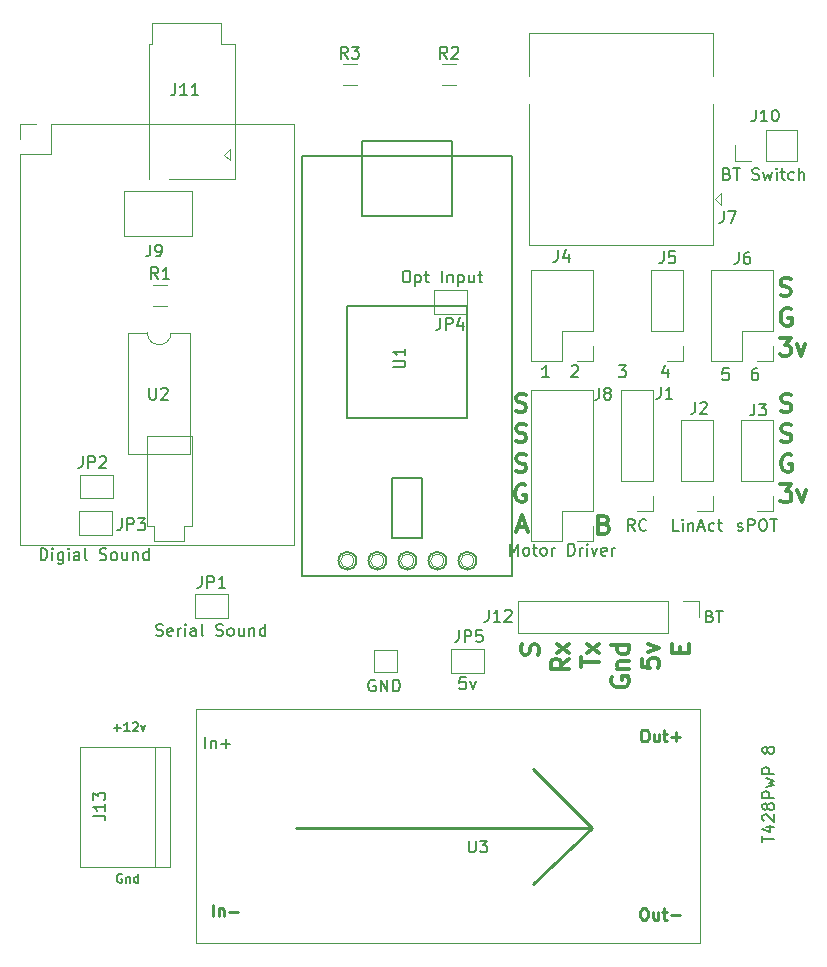
<source format=gbr>
G04 #@! TF.GenerationSoftware,KiCad,Pcbnew,(5.1.6)-1*
G04 #@! TF.CreationDate,2020-08-20T21:44:59-05:00*
G04 #@! TF.ProjectId,ControlBoardT4_28PinSound_Power,436f6e74-726f-46c4-926f-61726454345f,rev?*
G04 #@! TF.SameCoordinates,Original*
G04 #@! TF.FileFunction,Legend,Top*
G04 #@! TF.FilePolarity,Positive*
%FSLAX46Y46*%
G04 Gerber Fmt 4.6, Leading zero omitted, Abs format (unit mm)*
G04 Created by KiCad (PCBNEW (5.1.6)-1) date 2020-08-20 21:44:59*
%MOMM*%
%LPD*%
G01*
G04 APERTURE LIST*
%ADD10C,0.150000*%
%ADD11C,0.152400*%
%ADD12C,0.299720*%
%ADD13C,0.300000*%
%ADD14C,0.120000*%
%ADD15C,0.250000*%
G04 APERTURE END LIST*
D10*
X160704857Y-97940880D02*
X161323904Y-97940880D01*
X160990571Y-98321833D01*
X161133428Y-98321833D01*
X161228666Y-98369452D01*
X161276285Y-98417071D01*
X161323904Y-98512309D01*
X161323904Y-98750404D01*
X161276285Y-98845642D01*
X161228666Y-98893261D01*
X161133428Y-98940880D01*
X160847714Y-98940880D01*
X160752476Y-98893261D01*
X160704857Y-98845642D01*
D11*
X118636142Y-141033500D02*
X118563571Y-140997214D01*
X118454714Y-140997214D01*
X118345857Y-141033500D01*
X118273285Y-141106071D01*
X118237000Y-141178642D01*
X118200714Y-141323785D01*
X118200714Y-141432642D01*
X118237000Y-141577785D01*
X118273285Y-141650357D01*
X118345857Y-141722928D01*
X118454714Y-141759214D01*
X118527285Y-141759214D01*
X118636142Y-141722928D01*
X118672428Y-141686642D01*
X118672428Y-141432642D01*
X118527285Y-141432642D01*
X118999000Y-141251214D02*
X118999000Y-141759214D01*
X118999000Y-141323785D02*
X119035285Y-141287500D01*
X119107857Y-141251214D01*
X119216714Y-141251214D01*
X119289285Y-141287500D01*
X119325571Y-141360071D01*
X119325571Y-141759214D01*
X120015000Y-141759214D02*
X120015000Y-140997214D01*
X120015000Y-141722928D02*
X119942428Y-141759214D01*
X119797285Y-141759214D01*
X119724714Y-141722928D01*
X119688428Y-141686642D01*
X119652142Y-141614071D01*
X119652142Y-141396357D01*
X119688428Y-141323785D01*
X119724714Y-141287500D01*
X119797285Y-141251214D01*
X119942428Y-141251214D01*
X120015000Y-141287500D01*
X117946714Y-128641928D02*
X118527285Y-128641928D01*
X118237000Y-128932214D02*
X118237000Y-128351642D01*
X119289285Y-128932214D02*
X118853857Y-128932214D01*
X119071571Y-128932214D02*
X119071571Y-128170214D01*
X118999000Y-128279071D01*
X118926428Y-128351642D01*
X118853857Y-128387928D01*
X119579571Y-128242785D02*
X119615857Y-128206500D01*
X119688428Y-128170214D01*
X119869857Y-128170214D01*
X119942428Y-128206500D01*
X119978714Y-128242785D01*
X120015000Y-128315357D01*
X120015000Y-128387928D01*
X119978714Y-128496785D01*
X119543285Y-128932214D01*
X120015000Y-128932214D01*
X120269000Y-128424214D02*
X120450428Y-128932214D01*
X120631857Y-128424214D01*
D12*
X159492042Y-111398957D02*
X159706128Y-111470319D01*
X159777490Y-111541680D01*
X159848852Y-111684404D01*
X159848852Y-111898490D01*
X159777490Y-112041214D01*
X159706128Y-112112576D01*
X159563404Y-112183938D01*
X158992509Y-112183938D01*
X158992509Y-110685338D01*
X159492042Y-110685338D01*
X159634766Y-110756700D01*
X159706128Y-110828061D01*
X159777490Y-110970785D01*
X159777490Y-111113509D01*
X159706128Y-111256233D01*
X159634766Y-111327595D01*
X159492042Y-111398957D01*
X158992509Y-111398957D01*
D10*
X172870880Y-138334238D02*
X172870880Y-137762809D01*
X173870880Y-138048523D02*
X172870880Y-138048523D01*
X173204214Y-137000904D02*
X173870880Y-137000904D01*
X172823261Y-137239000D02*
X173537547Y-137477095D01*
X173537547Y-136858047D01*
X172966119Y-136524714D02*
X172918500Y-136477095D01*
X172870880Y-136381857D01*
X172870880Y-136143761D01*
X172918500Y-136048523D01*
X172966119Y-136000904D01*
X173061357Y-135953285D01*
X173156595Y-135953285D01*
X173299452Y-136000904D01*
X173870880Y-136572333D01*
X173870880Y-135953285D01*
X173299452Y-135381857D02*
X173251833Y-135477095D01*
X173204214Y-135524714D01*
X173108976Y-135572333D01*
X173061357Y-135572333D01*
X172966119Y-135524714D01*
X172918500Y-135477095D01*
X172870880Y-135381857D01*
X172870880Y-135191380D01*
X172918500Y-135096142D01*
X172966119Y-135048523D01*
X173061357Y-135000904D01*
X173108976Y-135000904D01*
X173204214Y-135048523D01*
X173251833Y-135096142D01*
X173299452Y-135191380D01*
X173299452Y-135381857D01*
X173347071Y-135477095D01*
X173394690Y-135524714D01*
X173489928Y-135572333D01*
X173680404Y-135572333D01*
X173775642Y-135524714D01*
X173823261Y-135477095D01*
X173870880Y-135381857D01*
X173870880Y-135191380D01*
X173823261Y-135096142D01*
X173775642Y-135048523D01*
X173680404Y-135000904D01*
X173489928Y-135000904D01*
X173394690Y-135048523D01*
X173347071Y-135096142D01*
X173299452Y-135191380D01*
X173870880Y-134572333D02*
X172870880Y-134572333D01*
X172870880Y-134191380D01*
X172918500Y-134096142D01*
X172966119Y-134048523D01*
X173061357Y-134000904D01*
X173204214Y-134000904D01*
X173299452Y-134048523D01*
X173347071Y-134096142D01*
X173394690Y-134191380D01*
X173394690Y-134572333D01*
X173204214Y-133667571D02*
X173870880Y-133477095D01*
X173394690Y-133286619D01*
X173870880Y-133096142D01*
X173204214Y-132905666D01*
X173870880Y-132524714D02*
X172870880Y-132524714D01*
X172870880Y-132143761D01*
X172918500Y-132048523D01*
X172966119Y-132000904D01*
X173061357Y-131953285D01*
X173204214Y-131953285D01*
X173299452Y-132000904D01*
X173347071Y-132048523D01*
X173394690Y-132143761D01*
X173394690Y-132524714D01*
X173299452Y-130619952D02*
X173251833Y-130715190D01*
X173204214Y-130762809D01*
X173108976Y-130810428D01*
X173061357Y-130810428D01*
X172966119Y-130762809D01*
X172918500Y-130715190D01*
X172870880Y-130619952D01*
X172870880Y-130429476D01*
X172918500Y-130334238D01*
X172966119Y-130286619D01*
X173061357Y-130239000D01*
X173108976Y-130239000D01*
X173204214Y-130286619D01*
X173251833Y-130334238D01*
X173299452Y-130429476D01*
X173299452Y-130619952D01*
X173347071Y-130715190D01*
X173394690Y-130762809D01*
X173489928Y-130810428D01*
X173680404Y-130810428D01*
X173775642Y-130762809D01*
X173823261Y-130715190D01*
X173870880Y-130619952D01*
X173870880Y-130429476D01*
X173823261Y-130334238D01*
X173775642Y-130286619D01*
X173680404Y-130239000D01*
X173489928Y-130239000D01*
X173394690Y-130286619D01*
X173347071Y-130334238D01*
X173299452Y-130429476D01*
D13*
X153871142Y-122432357D02*
X153942571Y-122218071D01*
X153942571Y-121860928D01*
X153871142Y-121718071D01*
X153799714Y-121646642D01*
X153656857Y-121575214D01*
X153514000Y-121575214D01*
X153371142Y-121646642D01*
X153299714Y-121718071D01*
X153228285Y-121860928D01*
X153156857Y-122146642D01*
X153085428Y-122289500D01*
X153014000Y-122360928D01*
X152871142Y-122432357D01*
X152728285Y-122432357D01*
X152585428Y-122360928D01*
X152514000Y-122289500D01*
X152442571Y-122146642D01*
X152442571Y-121789500D01*
X152514000Y-121575214D01*
X156492571Y-122789500D02*
X155778285Y-123289500D01*
X156492571Y-123646642D02*
X154992571Y-123646642D01*
X154992571Y-123075214D01*
X155064000Y-122932357D01*
X155135428Y-122860928D01*
X155278285Y-122789500D01*
X155492571Y-122789500D01*
X155635428Y-122860928D01*
X155706857Y-122932357D01*
X155778285Y-123075214D01*
X155778285Y-123646642D01*
X156492571Y-122289500D02*
X155492571Y-121503785D01*
X155492571Y-122289500D02*
X156492571Y-121503785D01*
X157542571Y-123503785D02*
X157542571Y-122646642D01*
X159042571Y-123075214D02*
X157542571Y-123075214D01*
X159042571Y-122289500D02*
X158042571Y-121503785D01*
X158042571Y-122289500D02*
X159042571Y-121503785D01*
X160164000Y-124360928D02*
X160092571Y-124503785D01*
X160092571Y-124718071D01*
X160164000Y-124932357D01*
X160306857Y-125075214D01*
X160449714Y-125146642D01*
X160735428Y-125218071D01*
X160949714Y-125218071D01*
X161235428Y-125146642D01*
X161378285Y-125075214D01*
X161521142Y-124932357D01*
X161592571Y-124718071D01*
X161592571Y-124575214D01*
X161521142Y-124360928D01*
X161449714Y-124289500D01*
X160949714Y-124289500D01*
X160949714Y-124575214D01*
X160592571Y-123646642D02*
X161592571Y-123646642D01*
X160735428Y-123646642D02*
X160664000Y-123575214D01*
X160592571Y-123432357D01*
X160592571Y-123218071D01*
X160664000Y-123075214D01*
X160806857Y-123003785D01*
X161592571Y-123003785D01*
X161592571Y-121646642D02*
X160092571Y-121646642D01*
X161521142Y-121646642D02*
X161592571Y-121789500D01*
X161592571Y-122075214D01*
X161521142Y-122218071D01*
X161449714Y-122289500D01*
X161306857Y-122360928D01*
X160878285Y-122360928D01*
X160735428Y-122289500D01*
X160664000Y-122218071D01*
X160592571Y-122075214D01*
X160592571Y-121789500D01*
X160664000Y-121646642D01*
X162642571Y-122789500D02*
X162642571Y-123503785D01*
X163356857Y-123575214D01*
X163285428Y-123503785D01*
X163214000Y-123360928D01*
X163214000Y-123003785D01*
X163285428Y-122860928D01*
X163356857Y-122789500D01*
X163499714Y-122718071D01*
X163856857Y-122718071D01*
X163999714Y-122789500D01*
X164071142Y-122860928D01*
X164142571Y-123003785D01*
X164142571Y-123360928D01*
X164071142Y-123503785D01*
X163999714Y-123575214D01*
X163142571Y-122218071D02*
X164142571Y-121860928D01*
X163142571Y-121503785D01*
X165906857Y-122289500D02*
X165906857Y-121789500D01*
X166692571Y-121575214D02*
X166692571Y-122289500D01*
X165192571Y-122289500D01*
X165192571Y-121575214D01*
X152014642Y-101806142D02*
X152228928Y-101877571D01*
X152586071Y-101877571D01*
X152728928Y-101806142D01*
X152800357Y-101734714D01*
X152871785Y-101591857D01*
X152871785Y-101449000D01*
X152800357Y-101306142D01*
X152728928Y-101234714D01*
X152586071Y-101163285D01*
X152300357Y-101091857D01*
X152157500Y-101020428D01*
X152086071Y-100949000D01*
X152014642Y-100806142D01*
X152014642Y-100663285D01*
X152086071Y-100520428D01*
X152157500Y-100449000D01*
X152300357Y-100377571D01*
X152657500Y-100377571D01*
X152871785Y-100449000D01*
X152014642Y-104356142D02*
X152228928Y-104427571D01*
X152586071Y-104427571D01*
X152728928Y-104356142D01*
X152800357Y-104284714D01*
X152871785Y-104141857D01*
X152871785Y-103999000D01*
X152800357Y-103856142D01*
X152728928Y-103784714D01*
X152586071Y-103713285D01*
X152300357Y-103641857D01*
X152157500Y-103570428D01*
X152086071Y-103499000D01*
X152014642Y-103356142D01*
X152014642Y-103213285D01*
X152086071Y-103070428D01*
X152157500Y-102999000D01*
X152300357Y-102927571D01*
X152657500Y-102927571D01*
X152871785Y-102999000D01*
X152014642Y-106906142D02*
X152228928Y-106977571D01*
X152586071Y-106977571D01*
X152728928Y-106906142D01*
X152800357Y-106834714D01*
X152871785Y-106691857D01*
X152871785Y-106549000D01*
X152800357Y-106406142D01*
X152728928Y-106334714D01*
X152586071Y-106263285D01*
X152300357Y-106191857D01*
X152157500Y-106120428D01*
X152086071Y-106049000D01*
X152014642Y-105906142D01*
X152014642Y-105763285D01*
X152086071Y-105620428D01*
X152157500Y-105549000D01*
X152300357Y-105477571D01*
X152657500Y-105477571D01*
X152871785Y-105549000D01*
X152800357Y-108099000D02*
X152657500Y-108027571D01*
X152443214Y-108027571D01*
X152228928Y-108099000D01*
X152086071Y-108241857D01*
X152014642Y-108384714D01*
X151943214Y-108670428D01*
X151943214Y-108884714D01*
X152014642Y-109170428D01*
X152086071Y-109313285D01*
X152228928Y-109456142D01*
X152443214Y-109527571D01*
X152586071Y-109527571D01*
X152800357Y-109456142D01*
X152871785Y-109384714D01*
X152871785Y-108884714D01*
X152586071Y-108884714D01*
X152157500Y-111649000D02*
X152871785Y-111649000D01*
X152014642Y-112077571D02*
X152514642Y-110577571D01*
X153014642Y-112077571D01*
X174470714Y-101811142D02*
X174685000Y-101882571D01*
X175042142Y-101882571D01*
X175185000Y-101811142D01*
X175256428Y-101739714D01*
X175327857Y-101596857D01*
X175327857Y-101454000D01*
X175256428Y-101311142D01*
X175185000Y-101239714D01*
X175042142Y-101168285D01*
X174756428Y-101096857D01*
X174613571Y-101025428D01*
X174542142Y-100954000D01*
X174470714Y-100811142D01*
X174470714Y-100668285D01*
X174542142Y-100525428D01*
X174613571Y-100454000D01*
X174756428Y-100382571D01*
X175113571Y-100382571D01*
X175327857Y-100454000D01*
X174470714Y-104361142D02*
X174685000Y-104432571D01*
X175042142Y-104432571D01*
X175185000Y-104361142D01*
X175256428Y-104289714D01*
X175327857Y-104146857D01*
X175327857Y-104004000D01*
X175256428Y-103861142D01*
X175185000Y-103789714D01*
X175042142Y-103718285D01*
X174756428Y-103646857D01*
X174613571Y-103575428D01*
X174542142Y-103504000D01*
X174470714Y-103361142D01*
X174470714Y-103218285D01*
X174542142Y-103075428D01*
X174613571Y-103004000D01*
X174756428Y-102932571D01*
X175113571Y-102932571D01*
X175327857Y-103004000D01*
X175327857Y-105554000D02*
X175185000Y-105482571D01*
X174970714Y-105482571D01*
X174756428Y-105554000D01*
X174613571Y-105696857D01*
X174542142Y-105839714D01*
X174470714Y-106125428D01*
X174470714Y-106339714D01*
X174542142Y-106625428D01*
X174613571Y-106768285D01*
X174756428Y-106911142D01*
X174970714Y-106982571D01*
X175113571Y-106982571D01*
X175327857Y-106911142D01*
X175399285Y-106839714D01*
X175399285Y-106339714D01*
X175113571Y-106339714D01*
X174399285Y-108032571D02*
X175327857Y-108032571D01*
X174827857Y-108604000D01*
X175042142Y-108604000D01*
X175185000Y-108675428D01*
X175256428Y-108746857D01*
X175327857Y-108889714D01*
X175327857Y-109246857D01*
X175256428Y-109389714D01*
X175185000Y-109461142D01*
X175042142Y-109532571D01*
X174613571Y-109532571D01*
X174470714Y-109461142D01*
X174399285Y-109389714D01*
X175827857Y-108532571D02*
X176185000Y-109532571D01*
X176542142Y-108532571D01*
X174407214Y-91973642D02*
X174621500Y-92045071D01*
X174978642Y-92045071D01*
X175121500Y-91973642D01*
X175192928Y-91902214D01*
X175264357Y-91759357D01*
X175264357Y-91616500D01*
X175192928Y-91473642D01*
X175121500Y-91402214D01*
X174978642Y-91330785D01*
X174692928Y-91259357D01*
X174550071Y-91187928D01*
X174478642Y-91116500D01*
X174407214Y-90973642D01*
X174407214Y-90830785D01*
X174478642Y-90687928D01*
X174550071Y-90616500D01*
X174692928Y-90545071D01*
X175050071Y-90545071D01*
X175264357Y-90616500D01*
X175264357Y-93166500D02*
X175121500Y-93095071D01*
X174907214Y-93095071D01*
X174692928Y-93166500D01*
X174550071Y-93309357D01*
X174478642Y-93452214D01*
X174407214Y-93737928D01*
X174407214Y-93952214D01*
X174478642Y-94237928D01*
X174550071Y-94380785D01*
X174692928Y-94523642D01*
X174907214Y-94595071D01*
X175050071Y-94595071D01*
X175264357Y-94523642D01*
X175335785Y-94452214D01*
X175335785Y-93952214D01*
X175050071Y-93952214D01*
X174335785Y-95645071D02*
X175264357Y-95645071D01*
X174764357Y-96216500D01*
X174978642Y-96216500D01*
X175121500Y-96287928D01*
X175192928Y-96359357D01*
X175264357Y-96502214D01*
X175264357Y-96859357D01*
X175192928Y-97002214D01*
X175121500Y-97073642D01*
X174978642Y-97145071D01*
X174550071Y-97145071D01*
X174407214Y-97073642D01*
X174335785Y-97002214D01*
X175764357Y-96145071D02*
X176121500Y-97145071D01*
X176478642Y-96145071D01*
D14*
X167576500Y-127063500D02*
X124904500Y-127063500D01*
X167576500Y-146875500D02*
X167576500Y-127063500D01*
X124904500Y-146875500D02*
X167576500Y-146875500D01*
X124904500Y-127063500D02*
X124904500Y-146875500D01*
D15*
X133400800Y-137121900D02*
X158483300Y-137083800D01*
X158483300Y-137083800D02*
X153479500Y-132118100D01*
D14*
X153479500Y-132118100D02*
X153479500Y-132080000D01*
D15*
X158483300Y-137083800D02*
X153441400Y-141859000D01*
D14*
X149265000Y-122000000D02*
X149265000Y-124000000D01*
X146465000Y-122000000D02*
X149265000Y-122000000D01*
X146465000Y-124000000D02*
X146465000Y-122000000D01*
X149265000Y-124000000D02*
X146465000Y-124000000D01*
X169354000Y-83383500D02*
X168854000Y-83883500D01*
X169354000Y-84383500D02*
X169354000Y-83383500D01*
X168854000Y-83883500D02*
X169354000Y-84383500D01*
X168669000Y-69803500D02*
X153149000Y-69803500D01*
X168669000Y-73443500D02*
X168669000Y-69803500D01*
X153149000Y-87763500D02*
X168669000Y-87763500D01*
X168669000Y-87763500D02*
X168669000Y-75823500D01*
X153149300Y-73447800D02*
X153149300Y-69807800D01*
X153149000Y-87763500D02*
X153149000Y-75823500D01*
X170564500Y-80641500D02*
X170564500Y-79311500D01*
X171894500Y-80641500D02*
X170564500Y-80641500D01*
X173164500Y-80641500D02*
X173164500Y-77981500D01*
X173164500Y-77981500D02*
X175764500Y-77981500D01*
X173164500Y-80641500D02*
X175764500Y-80641500D01*
X175764500Y-80641500D02*
X175764500Y-77981500D01*
X118833900Y-87020400D02*
X118833900Y-83210400D01*
X124548900Y-87020400D02*
X118833900Y-87020400D01*
X124548900Y-83210400D02*
X124548900Y-87020400D01*
X118833900Y-83210400D02*
X124548900Y-83210400D01*
X121399300Y-112839500D02*
X123939300Y-112839500D01*
X123939300Y-111569500D02*
X123939300Y-112839500D01*
X123939300Y-111569500D02*
X124574300Y-111569500D01*
X124574300Y-103949500D02*
X124574300Y-111569500D01*
X121399300Y-111569500D02*
X121399300Y-112839500D01*
X120764300Y-111569500D02*
X121399300Y-111569500D01*
X120764300Y-103949500D02*
X120764300Y-111569500D01*
X120764300Y-103949500D02*
X124574300Y-103949500D01*
X110049000Y-77473500D02*
X111379000Y-77473500D01*
X110049000Y-78803500D02*
X110049000Y-77473500D01*
X112649000Y-77473500D02*
X133249000Y-77473500D01*
X112649000Y-80073500D02*
X112649000Y-77473500D01*
X110049000Y-80073500D02*
X112649000Y-80073500D01*
X133249000Y-77473500D02*
X133249000Y-113153500D01*
X110049000Y-80073500D02*
X110049000Y-113153500D01*
X110049000Y-113153500D02*
X133249000Y-113153500D01*
X121208500Y-70773500D02*
X121208500Y-68989500D01*
X127008500Y-70773500D02*
X127008500Y-68989500D01*
X128208500Y-70773500D02*
X128208500Y-82173500D01*
X127008500Y-68989500D02*
X121208500Y-68989500D01*
X120908500Y-70773500D02*
X121208500Y-70773500D01*
X127008500Y-70773500D02*
X128208500Y-70773500D01*
X122659400Y-82181700D02*
X128208500Y-82173500D01*
X120908500Y-70773500D02*
X120908500Y-82173500D01*
X127288400Y-80098900D02*
X127788400Y-80598900D01*
X127788400Y-80598900D02*
X127788400Y-79598900D01*
X127788400Y-79598900D02*
X127288400Y-80098900D01*
X173732500Y-102556000D02*
X171072500Y-102556000D01*
X173732500Y-107696000D02*
X173732500Y-102556000D01*
X171072500Y-107696000D02*
X171072500Y-102556000D01*
X173732500Y-107696000D02*
X171072500Y-107696000D01*
X173732500Y-108966000D02*
X173732500Y-110296000D01*
X173732500Y-110296000D02*
X172402500Y-110296000D01*
X127638000Y-117300500D02*
X127638000Y-119300500D01*
X124838000Y-117300500D02*
X127638000Y-117300500D01*
X124838000Y-119300500D02*
X124838000Y-117300500D01*
X127638000Y-119300500D02*
X124838000Y-119300500D01*
X117795500Y-112315500D02*
X114995500Y-112315500D01*
X114995500Y-112315500D02*
X114995500Y-110315500D01*
X114995500Y-110315500D02*
X117795500Y-110315500D01*
X117795500Y-110315500D02*
X117795500Y-112315500D01*
X117859000Y-107204000D02*
X117859000Y-109204000D01*
X115059000Y-107204000D02*
X117859000Y-107204000D01*
X115059000Y-109204000D02*
X115059000Y-107204000D01*
X117859000Y-109204000D02*
X115059000Y-109204000D01*
X152149500Y-117923000D02*
X152149500Y-120583000D01*
X164909500Y-117923000D02*
X152149500Y-117923000D01*
X164909500Y-120583000D02*
X152149500Y-120583000D01*
X164909500Y-117923000D02*
X164909500Y-120583000D01*
X166179500Y-117923000D02*
X167509500Y-117923000D01*
X167509500Y-117923000D02*
X167509500Y-119253000D01*
X158492500Y-97596000D02*
X157162500Y-97596000D01*
X158492500Y-96266000D02*
X158492500Y-97596000D01*
X155892500Y-97596000D02*
X153292500Y-97596000D01*
X155892500Y-94996000D02*
X155892500Y-97596000D01*
X158492500Y-94996000D02*
X155892500Y-94996000D01*
X153292500Y-97596000D02*
X153292500Y-89856000D01*
X158492500Y-94996000D02*
X158492500Y-89856000D01*
X158492500Y-89856000D02*
X153292500Y-89856000D01*
X158492500Y-112836000D02*
X157162500Y-112836000D01*
X158492500Y-111506000D02*
X158492500Y-112836000D01*
X155892500Y-112836000D02*
X153292500Y-112836000D01*
X155892500Y-110236000D02*
X155892500Y-112836000D01*
X158492500Y-110236000D02*
X155892500Y-110236000D01*
X153292500Y-112836000D02*
X153292500Y-100016000D01*
X158492500Y-110236000D02*
X158492500Y-100016000D01*
X158492500Y-100016000D02*
X153292500Y-100016000D01*
X173732500Y-97596000D02*
X172402500Y-97596000D01*
X173732500Y-96266000D02*
X173732500Y-97596000D01*
X171132500Y-97596000D02*
X168532500Y-97596000D01*
X171132500Y-94996000D02*
X171132500Y-97596000D01*
X173732500Y-94996000D02*
X171132500Y-94996000D01*
X168532500Y-97596000D02*
X168532500Y-89856000D01*
X173732500Y-94996000D02*
X173732500Y-89856000D01*
X173732500Y-89856000D02*
X168532500Y-89856000D01*
X163572500Y-110296000D02*
X162242500Y-110296000D01*
X163572500Y-108966000D02*
X163572500Y-110296000D01*
X163572500Y-107696000D02*
X160912500Y-107696000D01*
X160912500Y-107696000D02*
X160912500Y-100016000D01*
X163572500Y-107696000D02*
X163572500Y-100016000D01*
X163572500Y-100016000D02*
X160912500Y-100016000D01*
X168652500Y-110296000D02*
X167322500Y-110296000D01*
X168652500Y-108966000D02*
X168652500Y-110296000D01*
X168652500Y-107696000D02*
X165992500Y-107696000D01*
X165992500Y-107696000D02*
X165992500Y-102556000D01*
X168652500Y-107696000D02*
X168652500Y-102556000D01*
X168652500Y-102556000D02*
X165992500Y-102556000D01*
X124443000Y-95190000D02*
X122793000Y-95190000D01*
X124443000Y-105470000D02*
X124443000Y-95190000D01*
X119143000Y-105470000D02*
X124443000Y-105470000D01*
X119143000Y-95190000D02*
X119143000Y-105470000D01*
X120793000Y-95190000D02*
X119143000Y-95190000D01*
X122793000Y-95190000D02*
G75*
G02*
X120793000Y-95190000I-1000000J0D01*
G01*
X145031000Y-91566500D02*
X147831000Y-91566500D01*
X147831000Y-91566500D02*
X147831000Y-93566500D01*
X147831000Y-93566500D02*
X145031000Y-93566500D01*
X145031000Y-93566500D02*
X145031000Y-91566500D01*
X121475500Y-130238500D02*
X121475500Y-140398500D01*
X122745500Y-130238500D02*
X115125500Y-130238500D01*
X115125500Y-130238500D02*
X115125500Y-140398500D01*
X115125500Y-140398500D02*
X122745500Y-140398500D01*
X122745500Y-140398500D02*
X122745500Y-130238500D01*
X140020000Y-123950000D02*
X140020000Y-122050000D01*
X141920000Y-123950000D02*
X140020000Y-123950000D01*
X141920000Y-122050000D02*
X141920000Y-123950000D01*
X140020000Y-122050000D02*
X141920000Y-122050000D01*
X121281436Y-92921500D02*
X122485564Y-92921500D01*
X121281436Y-91101500D02*
X122485564Y-91101500D01*
X145738436Y-74252500D02*
X146942564Y-74252500D01*
X145738436Y-72432500D02*
X146942564Y-72432500D01*
X137319936Y-72432500D02*
X138524064Y-72432500D01*
X137319936Y-74252500D02*
X138524064Y-74252500D01*
X166112500Y-97596000D02*
X164782500Y-97596000D01*
X166112500Y-96266000D02*
X166112500Y-97596000D01*
X166112500Y-94996000D02*
X163452500Y-94996000D01*
X163452500Y-94996000D02*
X163452500Y-89856000D01*
X166112500Y-94996000D02*
X166112500Y-89856000D01*
X166112500Y-89856000D02*
X163452500Y-89856000D01*
X138449920Y-114490500D02*
G75*
G03*
X138449920Y-114490500I-718420J0D01*
G01*
X138534719Y-114490500D02*
G75*
G03*
X138534719Y-114490500I-803219J0D01*
G01*
X138299461Y-114490500D02*
G75*
G03*
X138299461Y-114490500I-567961J0D01*
G01*
X140989920Y-114490500D02*
G75*
G03*
X140989920Y-114490500I-718420J0D01*
G01*
X141074719Y-114490500D02*
G75*
G03*
X141074719Y-114490500I-803219J0D01*
G01*
X140839461Y-114490500D02*
G75*
G03*
X140839461Y-114490500I-567961J0D01*
G01*
X143529920Y-114490500D02*
G75*
G03*
X143529920Y-114490500I-718420J0D01*
G01*
X143614719Y-114490500D02*
G75*
G03*
X143614719Y-114490500I-803219J0D01*
G01*
X143379461Y-114490500D02*
G75*
G03*
X143379461Y-114490500I-567961J0D01*
G01*
X146069920Y-114490500D02*
G75*
G03*
X146069920Y-114490500I-718420J0D01*
G01*
X146154719Y-114490500D02*
G75*
G03*
X146154719Y-114490500I-803219J0D01*
G01*
X145919461Y-114490500D02*
G75*
G03*
X145919461Y-114490500I-567961J0D01*
G01*
X148609920Y-114490500D02*
G75*
G03*
X148609920Y-114490500I-718420J0D01*
G01*
X148694719Y-114490500D02*
G75*
G03*
X148694719Y-114490500I-803219J0D01*
G01*
X148459461Y-114490500D02*
G75*
G03*
X148459461Y-114490500I-567961J0D01*
G01*
D10*
X133921500Y-80200500D02*
X151701500Y-80200500D01*
X151701500Y-115760500D02*
X133921500Y-115760500D01*
X141541500Y-107505500D02*
X144081500Y-107505500D01*
X141541500Y-112585500D02*
X141541500Y-107505500D01*
X144081500Y-112585500D02*
X141541500Y-112585500D01*
X144081500Y-107505500D02*
X144081500Y-112585500D01*
X139001500Y-85280500D02*
X139001500Y-80200500D01*
X146621500Y-85280500D02*
X146621500Y-80200500D01*
X139001500Y-85280500D02*
X146621500Y-85280500D01*
X146621500Y-78930500D02*
X146621500Y-80200500D01*
X139001500Y-78930500D02*
X146621500Y-78930500D01*
X139001500Y-80200500D02*
X139001500Y-78930500D01*
X133921500Y-80200500D02*
X133921500Y-115760500D01*
X151701500Y-115760500D02*
X151701500Y-80200500D01*
X147891500Y-92900500D02*
X147891500Y-102425500D01*
X137731500Y-92900500D02*
X137731500Y-102425500D01*
X147891500Y-92900500D02*
X137731500Y-92900500D01*
X137731500Y-102425500D02*
X147891500Y-102425500D01*
X148018595Y-138191880D02*
X148018595Y-139001404D01*
X148066214Y-139096642D01*
X148113833Y-139144261D01*
X148209071Y-139191880D01*
X148399547Y-139191880D01*
X148494785Y-139144261D01*
X148542404Y-139096642D01*
X148590023Y-139001404D01*
X148590023Y-138191880D01*
X148970976Y-138191880D02*
X149590023Y-138191880D01*
X149256690Y-138572833D01*
X149399547Y-138572833D01*
X149494785Y-138620452D01*
X149542404Y-138668071D01*
X149590023Y-138763309D01*
X149590023Y-139001404D01*
X149542404Y-139096642D01*
X149494785Y-139144261D01*
X149399547Y-139191880D01*
X149113833Y-139191880D01*
X149018595Y-139144261D01*
X148970976Y-139096642D01*
D15*
X162758619Y-143902180D02*
X162949095Y-143902180D01*
X163044333Y-143949800D01*
X163139571Y-144045038D01*
X163187190Y-144235514D01*
X163187190Y-144568847D01*
X163139571Y-144759323D01*
X163044333Y-144854561D01*
X162949095Y-144902180D01*
X162758619Y-144902180D01*
X162663380Y-144854561D01*
X162568142Y-144759323D01*
X162520523Y-144568847D01*
X162520523Y-144235514D01*
X162568142Y-144045038D01*
X162663380Y-143949800D01*
X162758619Y-143902180D01*
X164044333Y-144235514D02*
X164044333Y-144902180D01*
X163615761Y-144235514D02*
X163615761Y-144759323D01*
X163663380Y-144854561D01*
X163758619Y-144902180D01*
X163901476Y-144902180D01*
X163996714Y-144854561D01*
X164044333Y-144806942D01*
X164377666Y-144235514D02*
X164758619Y-144235514D01*
X164520523Y-143902180D02*
X164520523Y-144759323D01*
X164568142Y-144854561D01*
X164663380Y-144902180D01*
X164758619Y-144902180D01*
X165091952Y-144521228D02*
X165853857Y-144521228D01*
X162809419Y-128789180D02*
X162999895Y-128789180D01*
X163095133Y-128836800D01*
X163190371Y-128932038D01*
X163237990Y-129122514D01*
X163237990Y-129455847D01*
X163190371Y-129646323D01*
X163095133Y-129741561D01*
X162999895Y-129789180D01*
X162809419Y-129789180D01*
X162714180Y-129741561D01*
X162618942Y-129646323D01*
X162571323Y-129455847D01*
X162571323Y-129122514D01*
X162618942Y-128932038D01*
X162714180Y-128836800D01*
X162809419Y-128789180D01*
X164095133Y-129122514D02*
X164095133Y-129789180D01*
X163666561Y-129122514D02*
X163666561Y-129646323D01*
X163714180Y-129741561D01*
X163809419Y-129789180D01*
X163952276Y-129789180D01*
X164047514Y-129741561D01*
X164095133Y-129693942D01*
X164428466Y-129122514D02*
X164809419Y-129122514D01*
X164571323Y-128789180D02*
X164571323Y-129646323D01*
X164618942Y-129741561D01*
X164714180Y-129789180D01*
X164809419Y-129789180D01*
X165142752Y-129408228D02*
X165904657Y-129408228D01*
X165523704Y-129789180D02*
X165523704Y-129027276D01*
X126360371Y-144597380D02*
X126360371Y-143597380D01*
X126836561Y-143930714D02*
X126836561Y-144597380D01*
X126836561Y-144025952D02*
X126884180Y-143978333D01*
X126979419Y-143930714D01*
X127122276Y-143930714D01*
X127217514Y-143978333D01*
X127265133Y-144073571D01*
X127265133Y-144597380D01*
X127741323Y-144216428D02*
X128503228Y-144216428D01*
D10*
X125687271Y-130386080D02*
X125687271Y-129386080D01*
X126163461Y-129719414D02*
X126163461Y-130386080D01*
X126163461Y-129814652D02*
X126211080Y-129767033D01*
X126306319Y-129719414D01*
X126449176Y-129719414D01*
X126544414Y-129767033D01*
X126592033Y-129862271D01*
X126592033Y-130386080D01*
X127068223Y-130005128D02*
X127830128Y-130005128D01*
X127449176Y-130386080D02*
X127449176Y-129624176D01*
X147185166Y-120356380D02*
X147185166Y-121070666D01*
X147137547Y-121213523D01*
X147042309Y-121308761D01*
X146899452Y-121356380D01*
X146804214Y-121356380D01*
X147661357Y-121356380D02*
X147661357Y-120356380D01*
X148042309Y-120356380D01*
X148137547Y-120404000D01*
X148185166Y-120451619D01*
X148232785Y-120546857D01*
X148232785Y-120689714D01*
X148185166Y-120784952D01*
X148137547Y-120832571D01*
X148042309Y-120880190D01*
X147661357Y-120880190D01*
X149137547Y-120356380D02*
X148661357Y-120356380D01*
X148613738Y-120832571D01*
X148661357Y-120784952D01*
X148756595Y-120737333D01*
X148994690Y-120737333D01*
X149089928Y-120784952D01*
X149137547Y-120832571D01*
X149185166Y-120927809D01*
X149185166Y-121165904D01*
X149137547Y-121261142D01*
X149089928Y-121308761D01*
X148994690Y-121356380D01*
X148756595Y-121356380D01*
X148661357Y-121308761D01*
X148613738Y-121261142D01*
X147748642Y-124356880D02*
X147272452Y-124356880D01*
X147224833Y-124833071D01*
X147272452Y-124785452D01*
X147367690Y-124737833D01*
X147605785Y-124737833D01*
X147701023Y-124785452D01*
X147748642Y-124833071D01*
X147796261Y-124928309D01*
X147796261Y-125166404D01*
X147748642Y-125261642D01*
X147701023Y-125309261D01*
X147605785Y-125356880D01*
X147367690Y-125356880D01*
X147272452Y-125309261D01*
X147224833Y-125261642D01*
X148129595Y-124690214D02*
X148367690Y-125356880D01*
X148605785Y-124690214D01*
X169592666Y-84859880D02*
X169592666Y-85574166D01*
X169545047Y-85717023D01*
X169449809Y-85812261D01*
X169306952Y-85859880D01*
X169211714Y-85859880D01*
X169973619Y-84859880D02*
X170640285Y-84859880D01*
X170211714Y-85859880D01*
X172291476Y-76287380D02*
X172291476Y-77001666D01*
X172243857Y-77144523D01*
X172148619Y-77239761D01*
X172005761Y-77287380D01*
X171910523Y-77287380D01*
X173291476Y-77287380D02*
X172720047Y-77287380D01*
X173005761Y-77287380D02*
X173005761Y-76287380D01*
X172910523Y-76430238D01*
X172815285Y-76525476D01*
X172720047Y-76573095D01*
X173910523Y-76287380D02*
X174005761Y-76287380D01*
X174101000Y-76335000D01*
X174148619Y-76382619D01*
X174196238Y-76477857D01*
X174243857Y-76668333D01*
X174243857Y-76906428D01*
X174196238Y-77096904D01*
X174148619Y-77192142D01*
X174101000Y-77239761D01*
X174005761Y-77287380D01*
X173910523Y-77287380D01*
X173815285Y-77239761D01*
X173767666Y-77192142D01*
X173720047Y-77096904D01*
X173672428Y-76906428D01*
X173672428Y-76668333D01*
X173720047Y-76477857D01*
X173767666Y-76382619D01*
X173815285Y-76335000D01*
X173910523Y-76287380D01*
X169878761Y-81716571D02*
X170021619Y-81764190D01*
X170069238Y-81811809D01*
X170116857Y-81907047D01*
X170116857Y-82049904D01*
X170069238Y-82145142D01*
X170021619Y-82192761D01*
X169926380Y-82240380D01*
X169545428Y-82240380D01*
X169545428Y-81240380D01*
X169878761Y-81240380D01*
X169974000Y-81288000D01*
X170021619Y-81335619D01*
X170069238Y-81430857D01*
X170069238Y-81526095D01*
X170021619Y-81621333D01*
X169974000Y-81668952D01*
X169878761Y-81716571D01*
X169545428Y-81716571D01*
X170402571Y-81240380D02*
X170974000Y-81240380D01*
X170688285Y-82240380D02*
X170688285Y-81240380D01*
X172021619Y-82192761D02*
X172164476Y-82240380D01*
X172402571Y-82240380D01*
X172497809Y-82192761D01*
X172545428Y-82145142D01*
X172593047Y-82049904D01*
X172593047Y-81954666D01*
X172545428Y-81859428D01*
X172497809Y-81811809D01*
X172402571Y-81764190D01*
X172212095Y-81716571D01*
X172116857Y-81668952D01*
X172069238Y-81621333D01*
X172021619Y-81526095D01*
X172021619Y-81430857D01*
X172069238Y-81335619D01*
X172116857Y-81288000D01*
X172212095Y-81240380D01*
X172450190Y-81240380D01*
X172593047Y-81288000D01*
X172926380Y-81573714D02*
X173116857Y-82240380D01*
X173307333Y-81764190D01*
X173497809Y-82240380D01*
X173688285Y-81573714D01*
X174069238Y-82240380D02*
X174069238Y-81573714D01*
X174069238Y-81240380D02*
X174021619Y-81288000D01*
X174069238Y-81335619D01*
X174116857Y-81288000D01*
X174069238Y-81240380D01*
X174069238Y-81335619D01*
X174402571Y-81573714D02*
X174783523Y-81573714D01*
X174545428Y-81240380D02*
X174545428Y-82097523D01*
X174593047Y-82192761D01*
X174688285Y-82240380D01*
X174783523Y-82240380D01*
X175545428Y-82192761D02*
X175450190Y-82240380D01*
X175259714Y-82240380D01*
X175164476Y-82192761D01*
X175116857Y-82145142D01*
X175069238Y-82049904D01*
X175069238Y-81764190D01*
X175116857Y-81668952D01*
X175164476Y-81621333D01*
X175259714Y-81573714D01*
X175450190Y-81573714D01*
X175545428Y-81621333D01*
X175974000Y-82240380D02*
X175974000Y-81240380D01*
X176402571Y-82240380D02*
X176402571Y-81716571D01*
X176354952Y-81621333D01*
X176259714Y-81573714D01*
X176116857Y-81573714D01*
X176021619Y-81621333D01*
X175974000Y-81668952D01*
X121027866Y-87717380D02*
X121027866Y-88431666D01*
X120980247Y-88574523D01*
X120885009Y-88669761D01*
X120742152Y-88717380D01*
X120646914Y-88717380D01*
X121551676Y-88717380D02*
X121742152Y-88717380D01*
X121837390Y-88669761D01*
X121885009Y-88622142D01*
X121980247Y-88479285D01*
X122027866Y-88288809D01*
X122027866Y-87907857D01*
X121980247Y-87812619D01*
X121932628Y-87765000D01*
X121837390Y-87717380D01*
X121646914Y-87717380D01*
X121551676Y-87765000D01*
X121504057Y-87812619D01*
X121456438Y-87907857D01*
X121456438Y-88145952D01*
X121504057Y-88241190D01*
X121551676Y-88288809D01*
X121646914Y-88336428D01*
X121837390Y-88336428D01*
X121932628Y-88288809D01*
X121980247Y-88241190D01*
X122027866Y-88145952D01*
X123157976Y-74064880D02*
X123157976Y-74779166D01*
X123110357Y-74922023D01*
X123015119Y-75017261D01*
X122872261Y-75064880D01*
X122777023Y-75064880D01*
X124157976Y-75064880D02*
X123586547Y-75064880D01*
X123872261Y-75064880D02*
X123872261Y-74064880D01*
X123777023Y-74207738D01*
X123681785Y-74302976D01*
X123586547Y-74350595D01*
X125110357Y-75064880D02*
X124538928Y-75064880D01*
X124824642Y-75064880D02*
X124824642Y-74064880D01*
X124729404Y-74207738D01*
X124634166Y-74302976D01*
X124538928Y-74350595D01*
X172196166Y-101179380D02*
X172196166Y-101893666D01*
X172148547Y-102036523D01*
X172053309Y-102131761D01*
X171910452Y-102179380D01*
X171815214Y-102179380D01*
X172577119Y-101179380D02*
X173196166Y-101179380D01*
X172862833Y-101560333D01*
X173005690Y-101560333D01*
X173100928Y-101607952D01*
X173148547Y-101655571D01*
X173196166Y-101750809D01*
X173196166Y-101988904D01*
X173148547Y-102084142D01*
X173100928Y-102131761D01*
X173005690Y-102179380D01*
X172719976Y-102179380D01*
X172624738Y-102131761D01*
X172577119Y-102084142D01*
X170783452Y-111910761D02*
X170878690Y-111958380D01*
X171069166Y-111958380D01*
X171164404Y-111910761D01*
X171212023Y-111815523D01*
X171212023Y-111767904D01*
X171164404Y-111672666D01*
X171069166Y-111625047D01*
X170926309Y-111625047D01*
X170831071Y-111577428D01*
X170783452Y-111482190D01*
X170783452Y-111434571D01*
X170831071Y-111339333D01*
X170926309Y-111291714D01*
X171069166Y-111291714D01*
X171164404Y-111339333D01*
X171640595Y-111958380D02*
X171640595Y-110958380D01*
X172021547Y-110958380D01*
X172116785Y-111006000D01*
X172164404Y-111053619D01*
X172212023Y-111148857D01*
X172212023Y-111291714D01*
X172164404Y-111386952D01*
X172116785Y-111434571D01*
X172021547Y-111482190D01*
X171640595Y-111482190D01*
X172831071Y-110958380D02*
X173021547Y-110958380D01*
X173116785Y-111006000D01*
X173212023Y-111101238D01*
X173259642Y-111291714D01*
X173259642Y-111625047D01*
X173212023Y-111815523D01*
X173116785Y-111910761D01*
X173021547Y-111958380D01*
X172831071Y-111958380D01*
X172735833Y-111910761D01*
X172640595Y-111815523D01*
X172592976Y-111625047D01*
X172592976Y-111291714D01*
X172640595Y-111101238D01*
X172735833Y-111006000D01*
X172831071Y-110958380D01*
X173545357Y-110958380D02*
X174116785Y-110958380D01*
X173831071Y-111958380D02*
X173831071Y-110958380D01*
X125404666Y-115784380D02*
X125404666Y-116498666D01*
X125357047Y-116641523D01*
X125261809Y-116736761D01*
X125118952Y-116784380D01*
X125023714Y-116784380D01*
X125880857Y-116784380D02*
X125880857Y-115784380D01*
X126261809Y-115784380D01*
X126357047Y-115832000D01*
X126404666Y-115879619D01*
X126452285Y-115974857D01*
X126452285Y-116117714D01*
X126404666Y-116212952D01*
X126357047Y-116260571D01*
X126261809Y-116308190D01*
X125880857Y-116308190D01*
X127404666Y-116784380D02*
X126833238Y-116784380D01*
X127118952Y-116784380D02*
X127118952Y-115784380D01*
X127023714Y-115927238D01*
X126928476Y-116022476D01*
X126833238Y-116070095D01*
X121531642Y-120800761D02*
X121674500Y-120848380D01*
X121912595Y-120848380D01*
X122007833Y-120800761D01*
X122055452Y-120753142D01*
X122103071Y-120657904D01*
X122103071Y-120562666D01*
X122055452Y-120467428D01*
X122007833Y-120419809D01*
X121912595Y-120372190D01*
X121722119Y-120324571D01*
X121626880Y-120276952D01*
X121579261Y-120229333D01*
X121531642Y-120134095D01*
X121531642Y-120038857D01*
X121579261Y-119943619D01*
X121626880Y-119896000D01*
X121722119Y-119848380D01*
X121960214Y-119848380D01*
X122103071Y-119896000D01*
X122912595Y-120800761D02*
X122817357Y-120848380D01*
X122626880Y-120848380D01*
X122531642Y-120800761D01*
X122484023Y-120705523D01*
X122484023Y-120324571D01*
X122531642Y-120229333D01*
X122626880Y-120181714D01*
X122817357Y-120181714D01*
X122912595Y-120229333D01*
X122960214Y-120324571D01*
X122960214Y-120419809D01*
X122484023Y-120515047D01*
X123388785Y-120848380D02*
X123388785Y-120181714D01*
X123388785Y-120372190D02*
X123436404Y-120276952D01*
X123484023Y-120229333D01*
X123579261Y-120181714D01*
X123674500Y-120181714D01*
X124007833Y-120848380D02*
X124007833Y-120181714D01*
X124007833Y-119848380D02*
X123960214Y-119896000D01*
X124007833Y-119943619D01*
X124055452Y-119896000D01*
X124007833Y-119848380D01*
X124007833Y-119943619D01*
X124912595Y-120848380D02*
X124912595Y-120324571D01*
X124864976Y-120229333D01*
X124769738Y-120181714D01*
X124579261Y-120181714D01*
X124484023Y-120229333D01*
X124912595Y-120800761D02*
X124817357Y-120848380D01*
X124579261Y-120848380D01*
X124484023Y-120800761D01*
X124436404Y-120705523D01*
X124436404Y-120610285D01*
X124484023Y-120515047D01*
X124579261Y-120467428D01*
X124817357Y-120467428D01*
X124912595Y-120419809D01*
X125531642Y-120848380D02*
X125436404Y-120800761D01*
X125388785Y-120705523D01*
X125388785Y-119848380D01*
X126626880Y-120800761D02*
X126769738Y-120848380D01*
X127007833Y-120848380D01*
X127103071Y-120800761D01*
X127150690Y-120753142D01*
X127198309Y-120657904D01*
X127198309Y-120562666D01*
X127150690Y-120467428D01*
X127103071Y-120419809D01*
X127007833Y-120372190D01*
X126817357Y-120324571D01*
X126722119Y-120276952D01*
X126674500Y-120229333D01*
X126626880Y-120134095D01*
X126626880Y-120038857D01*
X126674500Y-119943619D01*
X126722119Y-119896000D01*
X126817357Y-119848380D01*
X127055452Y-119848380D01*
X127198309Y-119896000D01*
X127769738Y-120848380D02*
X127674500Y-120800761D01*
X127626880Y-120753142D01*
X127579261Y-120657904D01*
X127579261Y-120372190D01*
X127626880Y-120276952D01*
X127674500Y-120229333D01*
X127769738Y-120181714D01*
X127912595Y-120181714D01*
X128007833Y-120229333D01*
X128055452Y-120276952D01*
X128103071Y-120372190D01*
X128103071Y-120657904D01*
X128055452Y-120753142D01*
X128007833Y-120800761D01*
X127912595Y-120848380D01*
X127769738Y-120848380D01*
X128960214Y-120181714D02*
X128960214Y-120848380D01*
X128531642Y-120181714D02*
X128531642Y-120705523D01*
X128579261Y-120800761D01*
X128674500Y-120848380D01*
X128817357Y-120848380D01*
X128912595Y-120800761D01*
X128960214Y-120753142D01*
X129436404Y-120181714D02*
X129436404Y-120848380D01*
X129436404Y-120276952D02*
X129484023Y-120229333D01*
X129579261Y-120181714D01*
X129722119Y-120181714D01*
X129817357Y-120229333D01*
X129864976Y-120324571D01*
X129864976Y-120848380D01*
X130769738Y-120848380D02*
X130769738Y-119848380D01*
X130769738Y-120800761D02*
X130674500Y-120848380D01*
X130484023Y-120848380D01*
X130388785Y-120800761D01*
X130341166Y-120753142D01*
X130293547Y-120657904D01*
X130293547Y-120372190D01*
X130341166Y-120276952D01*
X130388785Y-120229333D01*
X130484023Y-120181714D01*
X130674500Y-120181714D01*
X130769738Y-120229333D01*
X118610166Y-110894880D02*
X118610166Y-111609166D01*
X118562547Y-111752023D01*
X118467309Y-111847261D01*
X118324452Y-111894880D01*
X118229214Y-111894880D01*
X119086357Y-111894880D02*
X119086357Y-110894880D01*
X119467309Y-110894880D01*
X119562547Y-110942500D01*
X119610166Y-110990119D01*
X119657785Y-111085357D01*
X119657785Y-111228214D01*
X119610166Y-111323452D01*
X119562547Y-111371071D01*
X119467309Y-111418690D01*
X119086357Y-111418690D01*
X119991119Y-110894880D02*
X120610166Y-110894880D01*
X120276833Y-111275833D01*
X120419690Y-111275833D01*
X120514928Y-111323452D01*
X120562547Y-111371071D01*
X120610166Y-111466309D01*
X120610166Y-111704404D01*
X120562547Y-111799642D01*
X120514928Y-111847261D01*
X120419690Y-111894880D01*
X120133976Y-111894880D01*
X120038738Y-111847261D01*
X119991119Y-111799642D01*
X111760571Y-114434880D02*
X111760571Y-113434880D01*
X111998666Y-113434880D01*
X112141523Y-113482500D01*
X112236761Y-113577738D01*
X112284380Y-113672976D01*
X112332000Y-113863452D01*
X112332000Y-114006309D01*
X112284380Y-114196785D01*
X112236761Y-114292023D01*
X112141523Y-114387261D01*
X111998666Y-114434880D01*
X111760571Y-114434880D01*
X112760571Y-114434880D02*
X112760571Y-113768214D01*
X112760571Y-113434880D02*
X112712952Y-113482500D01*
X112760571Y-113530119D01*
X112808190Y-113482500D01*
X112760571Y-113434880D01*
X112760571Y-113530119D01*
X113665333Y-113768214D02*
X113665333Y-114577738D01*
X113617714Y-114672976D01*
X113570095Y-114720595D01*
X113474857Y-114768214D01*
X113332000Y-114768214D01*
X113236761Y-114720595D01*
X113665333Y-114387261D02*
X113570095Y-114434880D01*
X113379619Y-114434880D01*
X113284380Y-114387261D01*
X113236761Y-114339642D01*
X113189142Y-114244404D01*
X113189142Y-113958690D01*
X113236761Y-113863452D01*
X113284380Y-113815833D01*
X113379619Y-113768214D01*
X113570095Y-113768214D01*
X113665333Y-113815833D01*
X114141523Y-114434880D02*
X114141523Y-113768214D01*
X114141523Y-113434880D02*
X114093904Y-113482500D01*
X114141523Y-113530119D01*
X114189142Y-113482500D01*
X114141523Y-113434880D01*
X114141523Y-113530119D01*
X115046285Y-114434880D02*
X115046285Y-113911071D01*
X114998666Y-113815833D01*
X114903428Y-113768214D01*
X114712952Y-113768214D01*
X114617714Y-113815833D01*
X115046285Y-114387261D02*
X114951047Y-114434880D01*
X114712952Y-114434880D01*
X114617714Y-114387261D01*
X114570095Y-114292023D01*
X114570095Y-114196785D01*
X114617714Y-114101547D01*
X114712952Y-114053928D01*
X114951047Y-114053928D01*
X115046285Y-114006309D01*
X115665333Y-114434880D02*
X115570095Y-114387261D01*
X115522476Y-114292023D01*
X115522476Y-113434880D01*
X116760571Y-114387261D02*
X116903428Y-114434880D01*
X117141523Y-114434880D01*
X117236761Y-114387261D01*
X117284380Y-114339642D01*
X117332000Y-114244404D01*
X117332000Y-114149166D01*
X117284380Y-114053928D01*
X117236761Y-114006309D01*
X117141523Y-113958690D01*
X116951047Y-113911071D01*
X116855809Y-113863452D01*
X116808190Y-113815833D01*
X116760571Y-113720595D01*
X116760571Y-113625357D01*
X116808190Y-113530119D01*
X116855809Y-113482500D01*
X116951047Y-113434880D01*
X117189142Y-113434880D01*
X117332000Y-113482500D01*
X117903428Y-114434880D02*
X117808190Y-114387261D01*
X117760571Y-114339642D01*
X117712952Y-114244404D01*
X117712952Y-113958690D01*
X117760571Y-113863452D01*
X117808190Y-113815833D01*
X117903428Y-113768214D01*
X118046285Y-113768214D01*
X118141523Y-113815833D01*
X118189142Y-113863452D01*
X118236761Y-113958690D01*
X118236761Y-114244404D01*
X118189142Y-114339642D01*
X118141523Y-114387261D01*
X118046285Y-114434880D01*
X117903428Y-114434880D01*
X119093904Y-113768214D02*
X119093904Y-114434880D01*
X118665333Y-113768214D02*
X118665333Y-114292023D01*
X118712952Y-114387261D01*
X118808190Y-114434880D01*
X118951047Y-114434880D01*
X119046285Y-114387261D01*
X119093904Y-114339642D01*
X119570095Y-113768214D02*
X119570095Y-114434880D01*
X119570095Y-113863452D02*
X119617714Y-113815833D01*
X119712952Y-113768214D01*
X119855809Y-113768214D01*
X119951047Y-113815833D01*
X119998666Y-113911071D01*
X119998666Y-114434880D01*
X120903428Y-114434880D02*
X120903428Y-113434880D01*
X120903428Y-114387261D02*
X120808190Y-114434880D01*
X120617714Y-114434880D01*
X120522476Y-114387261D01*
X120474857Y-114339642D01*
X120427238Y-114244404D01*
X120427238Y-113958690D01*
X120474857Y-113863452D01*
X120522476Y-113815833D01*
X120617714Y-113768214D01*
X120808190Y-113768214D01*
X120903428Y-113815833D01*
X115334666Y-105624380D02*
X115334666Y-106338666D01*
X115287047Y-106481523D01*
X115191809Y-106576761D01*
X115048952Y-106624380D01*
X114953714Y-106624380D01*
X115810857Y-106624380D02*
X115810857Y-105624380D01*
X116191809Y-105624380D01*
X116287047Y-105672000D01*
X116334666Y-105719619D01*
X116382285Y-105814857D01*
X116382285Y-105957714D01*
X116334666Y-106052952D01*
X116287047Y-106100571D01*
X116191809Y-106148190D01*
X115810857Y-106148190D01*
X116763238Y-105719619D02*
X116810857Y-105672000D01*
X116906095Y-105624380D01*
X117144190Y-105624380D01*
X117239428Y-105672000D01*
X117287047Y-105719619D01*
X117334666Y-105814857D01*
X117334666Y-105910095D01*
X117287047Y-106052952D01*
X116715619Y-106624380D01*
X117334666Y-106624380D01*
X149685476Y-118641880D02*
X149685476Y-119356166D01*
X149637857Y-119499023D01*
X149542619Y-119594261D01*
X149399761Y-119641880D01*
X149304523Y-119641880D01*
X150685476Y-119641880D02*
X150114047Y-119641880D01*
X150399761Y-119641880D02*
X150399761Y-118641880D01*
X150304523Y-118784738D01*
X150209285Y-118879976D01*
X150114047Y-118927595D01*
X151066428Y-118737119D02*
X151114047Y-118689500D01*
X151209285Y-118641880D01*
X151447380Y-118641880D01*
X151542619Y-118689500D01*
X151590238Y-118737119D01*
X151637857Y-118832357D01*
X151637857Y-118927595D01*
X151590238Y-119070452D01*
X151018809Y-119641880D01*
X151637857Y-119641880D01*
X168409976Y-119181571D02*
X168552833Y-119229190D01*
X168600452Y-119276809D01*
X168648071Y-119372047D01*
X168648071Y-119514904D01*
X168600452Y-119610142D01*
X168552833Y-119657761D01*
X168457595Y-119705380D01*
X168076642Y-119705380D01*
X168076642Y-118705380D01*
X168409976Y-118705380D01*
X168505214Y-118753000D01*
X168552833Y-118800619D01*
X168600452Y-118895857D01*
X168600452Y-118991095D01*
X168552833Y-119086333D01*
X168505214Y-119133952D01*
X168409976Y-119181571D01*
X168076642Y-119181571D01*
X168933785Y-118705380D02*
X169505214Y-118705380D01*
X169219500Y-119705380D02*
X169219500Y-118705380D01*
X155559166Y-88161880D02*
X155559166Y-88876166D01*
X155511547Y-89019023D01*
X155416309Y-89114261D01*
X155273452Y-89161880D01*
X155178214Y-89161880D01*
X156463928Y-88495214D02*
X156463928Y-89161880D01*
X156225833Y-88114261D02*
X155987738Y-88828547D01*
X156606785Y-88828547D01*
X154813119Y-98940880D02*
X154241690Y-98940880D01*
X154527404Y-98940880D02*
X154527404Y-97940880D01*
X154432166Y-98083738D01*
X154336928Y-98178976D01*
X154241690Y-98226595D01*
X156717880Y-98036119D02*
X156765500Y-97988500D01*
X156860738Y-97940880D01*
X157098833Y-97940880D01*
X157194071Y-97988500D01*
X157241690Y-98036119D01*
X157289309Y-98131357D01*
X157289309Y-98226595D01*
X157241690Y-98369452D01*
X156670261Y-98940880D01*
X157289309Y-98940880D01*
X159051666Y-99845880D02*
X159051666Y-100560166D01*
X159004047Y-100703023D01*
X158908809Y-100798261D01*
X158765952Y-100845880D01*
X158670714Y-100845880D01*
X159670714Y-100274452D02*
X159575476Y-100226833D01*
X159527857Y-100179214D01*
X159480238Y-100083976D01*
X159480238Y-100036357D01*
X159527857Y-99941119D01*
X159575476Y-99893500D01*
X159670714Y-99845880D01*
X159861190Y-99845880D01*
X159956428Y-99893500D01*
X160004047Y-99941119D01*
X160051666Y-100036357D01*
X160051666Y-100083976D01*
X160004047Y-100179214D01*
X159956428Y-100226833D01*
X159861190Y-100274452D01*
X159670714Y-100274452D01*
X159575476Y-100322071D01*
X159527857Y-100369690D01*
X159480238Y-100464928D01*
X159480238Y-100655404D01*
X159527857Y-100750642D01*
X159575476Y-100798261D01*
X159670714Y-100845880D01*
X159861190Y-100845880D01*
X159956428Y-100798261D01*
X160004047Y-100750642D01*
X160051666Y-100655404D01*
X160051666Y-100464928D01*
X160004047Y-100369690D01*
X159956428Y-100322071D01*
X159861190Y-100274452D01*
X151511547Y-114053880D02*
X151511547Y-113053880D01*
X151844880Y-113768166D01*
X152178214Y-113053880D01*
X152178214Y-114053880D01*
X152797261Y-114053880D02*
X152702023Y-114006261D01*
X152654404Y-113958642D01*
X152606785Y-113863404D01*
X152606785Y-113577690D01*
X152654404Y-113482452D01*
X152702023Y-113434833D01*
X152797261Y-113387214D01*
X152940119Y-113387214D01*
X153035357Y-113434833D01*
X153082976Y-113482452D01*
X153130595Y-113577690D01*
X153130595Y-113863404D01*
X153082976Y-113958642D01*
X153035357Y-114006261D01*
X152940119Y-114053880D01*
X152797261Y-114053880D01*
X153416309Y-113387214D02*
X153797261Y-113387214D01*
X153559166Y-113053880D02*
X153559166Y-113911023D01*
X153606785Y-114006261D01*
X153702023Y-114053880D01*
X153797261Y-114053880D01*
X154273452Y-114053880D02*
X154178214Y-114006261D01*
X154130595Y-113958642D01*
X154082976Y-113863404D01*
X154082976Y-113577690D01*
X154130595Y-113482452D01*
X154178214Y-113434833D01*
X154273452Y-113387214D01*
X154416309Y-113387214D01*
X154511547Y-113434833D01*
X154559166Y-113482452D01*
X154606785Y-113577690D01*
X154606785Y-113863404D01*
X154559166Y-113958642D01*
X154511547Y-114006261D01*
X154416309Y-114053880D01*
X154273452Y-114053880D01*
X155035357Y-114053880D02*
X155035357Y-113387214D01*
X155035357Y-113577690D02*
X155082976Y-113482452D01*
X155130595Y-113434833D01*
X155225833Y-113387214D01*
X155321071Y-113387214D01*
X156416309Y-114053880D02*
X156416309Y-113053880D01*
X156654404Y-113053880D01*
X156797261Y-113101500D01*
X156892500Y-113196738D01*
X156940119Y-113291976D01*
X156987738Y-113482452D01*
X156987738Y-113625309D01*
X156940119Y-113815785D01*
X156892500Y-113911023D01*
X156797261Y-114006261D01*
X156654404Y-114053880D01*
X156416309Y-114053880D01*
X157416309Y-114053880D02*
X157416309Y-113387214D01*
X157416309Y-113577690D02*
X157463928Y-113482452D01*
X157511547Y-113434833D01*
X157606785Y-113387214D01*
X157702023Y-113387214D01*
X158035357Y-114053880D02*
X158035357Y-113387214D01*
X158035357Y-113053880D02*
X157987738Y-113101500D01*
X158035357Y-113149119D01*
X158082976Y-113101500D01*
X158035357Y-113053880D01*
X158035357Y-113149119D01*
X158416309Y-113387214D02*
X158654404Y-114053880D01*
X158892500Y-113387214D01*
X159654404Y-114006261D02*
X159559166Y-114053880D01*
X159368690Y-114053880D01*
X159273452Y-114006261D01*
X159225833Y-113911023D01*
X159225833Y-113530071D01*
X159273452Y-113434833D01*
X159368690Y-113387214D01*
X159559166Y-113387214D01*
X159654404Y-113434833D01*
X159702023Y-113530071D01*
X159702023Y-113625309D01*
X159225833Y-113720547D01*
X160130595Y-114053880D02*
X160130595Y-113387214D01*
X160130595Y-113577690D02*
X160178214Y-113482452D01*
X160225833Y-113434833D01*
X160321071Y-113387214D01*
X160416309Y-113387214D01*
X170862666Y-88352380D02*
X170862666Y-89066666D01*
X170815047Y-89209523D01*
X170719809Y-89304761D01*
X170576952Y-89352380D01*
X170481714Y-89352380D01*
X171767428Y-88352380D02*
X171576952Y-88352380D01*
X171481714Y-88400000D01*
X171434095Y-88447619D01*
X171338857Y-88590476D01*
X171291238Y-88780952D01*
X171291238Y-89161904D01*
X171338857Y-89257142D01*
X171386476Y-89304761D01*
X171481714Y-89352380D01*
X171672190Y-89352380D01*
X171767428Y-89304761D01*
X171815047Y-89257142D01*
X171862666Y-89161904D01*
X171862666Y-88923809D01*
X171815047Y-88828571D01*
X171767428Y-88780952D01*
X171672190Y-88733333D01*
X171481714Y-88733333D01*
X171386476Y-88780952D01*
X171338857Y-88828571D01*
X171291238Y-88923809D01*
X170005500Y-98194880D02*
X169529309Y-98194880D01*
X169481690Y-98671071D01*
X169529309Y-98623452D01*
X169624547Y-98575833D01*
X169862642Y-98575833D01*
X169957880Y-98623452D01*
X170005500Y-98671071D01*
X170053119Y-98766309D01*
X170053119Y-99004404D01*
X170005500Y-99099642D01*
X169957880Y-99147261D01*
X169862642Y-99194880D01*
X169624547Y-99194880D01*
X169529309Y-99147261D01*
X169481690Y-99099642D01*
X172434071Y-98194880D02*
X172243595Y-98194880D01*
X172148357Y-98242500D01*
X172100738Y-98290119D01*
X172005500Y-98432976D01*
X171957880Y-98623452D01*
X171957880Y-99004404D01*
X172005500Y-99099642D01*
X172053119Y-99147261D01*
X172148357Y-99194880D01*
X172338833Y-99194880D01*
X172434071Y-99147261D01*
X172481690Y-99099642D01*
X172529309Y-99004404D01*
X172529309Y-98766309D01*
X172481690Y-98671071D01*
X172434071Y-98623452D01*
X172338833Y-98575833D01*
X172148357Y-98575833D01*
X172053119Y-98623452D01*
X172005500Y-98671071D01*
X171957880Y-98766309D01*
X164258666Y-99782380D02*
X164258666Y-100496666D01*
X164211047Y-100639523D01*
X164115809Y-100734761D01*
X163972952Y-100782380D01*
X163877714Y-100782380D01*
X165258666Y-100782380D02*
X164687238Y-100782380D01*
X164972952Y-100782380D02*
X164972952Y-99782380D01*
X164877714Y-99925238D01*
X164782476Y-100020476D01*
X164687238Y-100068095D01*
X162052023Y-111958380D02*
X161718690Y-111482190D01*
X161480595Y-111958380D02*
X161480595Y-110958380D01*
X161861547Y-110958380D01*
X161956785Y-111006000D01*
X162004404Y-111053619D01*
X162052023Y-111148857D01*
X162052023Y-111291714D01*
X162004404Y-111386952D01*
X161956785Y-111434571D01*
X161861547Y-111482190D01*
X161480595Y-111482190D01*
X163052023Y-111863142D02*
X163004404Y-111910761D01*
X162861547Y-111958380D01*
X162766309Y-111958380D01*
X162623452Y-111910761D01*
X162528214Y-111815523D01*
X162480595Y-111720285D01*
X162432976Y-111529809D01*
X162432976Y-111386952D01*
X162480595Y-111196476D01*
X162528214Y-111101238D01*
X162623452Y-111006000D01*
X162766309Y-110958380D01*
X162861547Y-110958380D01*
X163004404Y-111006000D01*
X163052023Y-111053619D01*
X167179666Y-101052380D02*
X167179666Y-101766666D01*
X167132047Y-101909523D01*
X167036809Y-102004761D01*
X166893952Y-102052380D01*
X166798714Y-102052380D01*
X167608238Y-101147619D02*
X167655857Y-101100000D01*
X167751095Y-101052380D01*
X167989190Y-101052380D01*
X168084428Y-101100000D01*
X168132047Y-101147619D01*
X168179666Y-101242857D01*
X168179666Y-101338095D01*
X168132047Y-101480952D01*
X167560619Y-102052380D01*
X168179666Y-102052380D01*
X165798690Y-111958380D02*
X165322500Y-111958380D01*
X165322500Y-110958380D01*
X166132023Y-111958380D02*
X166132023Y-111291714D01*
X166132023Y-110958380D02*
X166084404Y-111006000D01*
X166132023Y-111053619D01*
X166179642Y-111006000D01*
X166132023Y-110958380D01*
X166132023Y-111053619D01*
X166608214Y-111291714D02*
X166608214Y-111958380D01*
X166608214Y-111386952D02*
X166655833Y-111339333D01*
X166751071Y-111291714D01*
X166893928Y-111291714D01*
X166989166Y-111339333D01*
X167036785Y-111434571D01*
X167036785Y-111958380D01*
X167465357Y-111672666D02*
X167941547Y-111672666D01*
X167370119Y-111958380D02*
X167703452Y-110958380D01*
X168036785Y-111958380D01*
X168798690Y-111910761D02*
X168703452Y-111958380D01*
X168512976Y-111958380D01*
X168417738Y-111910761D01*
X168370119Y-111863142D01*
X168322500Y-111767904D01*
X168322500Y-111482190D01*
X168370119Y-111386952D01*
X168417738Y-111339333D01*
X168512976Y-111291714D01*
X168703452Y-111291714D01*
X168798690Y-111339333D01*
X169084404Y-111291714D02*
X169465357Y-111291714D01*
X169227261Y-110958380D02*
X169227261Y-111815523D01*
X169274880Y-111910761D01*
X169370119Y-111958380D01*
X169465357Y-111958380D01*
X120967595Y-99845880D02*
X120967595Y-100655404D01*
X121015214Y-100750642D01*
X121062833Y-100798261D01*
X121158071Y-100845880D01*
X121348547Y-100845880D01*
X121443785Y-100798261D01*
X121491404Y-100750642D01*
X121539023Y-100655404D01*
X121539023Y-99845880D01*
X121967595Y-99941119D02*
X122015214Y-99893500D01*
X122110452Y-99845880D01*
X122348547Y-99845880D01*
X122443785Y-99893500D01*
X122491404Y-99941119D01*
X122539023Y-100036357D01*
X122539023Y-100131595D01*
X122491404Y-100274452D01*
X121919976Y-100845880D01*
X122539023Y-100845880D01*
X145597666Y-93923880D02*
X145597666Y-94638166D01*
X145550047Y-94781023D01*
X145454809Y-94876261D01*
X145311952Y-94923880D01*
X145216714Y-94923880D01*
X146073857Y-94923880D02*
X146073857Y-93923880D01*
X146454809Y-93923880D01*
X146550047Y-93971500D01*
X146597666Y-94019119D01*
X146645285Y-94114357D01*
X146645285Y-94257214D01*
X146597666Y-94352452D01*
X146550047Y-94400071D01*
X146454809Y-94447690D01*
X146073857Y-94447690D01*
X147502428Y-94257214D02*
X147502428Y-94923880D01*
X147264333Y-93876261D02*
X147026238Y-94590547D01*
X147645285Y-94590547D01*
X142637261Y-89923380D02*
X142827738Y-89923380D01*
X142922976Y-89971000D01*
X143018214Y-90066238D01*
X143065833Y-90256714D01*
X143065833Y-90590047D01*
X143018214Y-90780523D01*
X142922976Y-90875761D01*
X142827738Y-90923380D01*
X142637261Y-90923380D01*
X142542023Y-90875761D01*
X142446785Y-90780523D01*
X142399166Y-90590047D01*
X142399166Y-90256714D01*
X142446785Y-90066238D01*
X142542023Y-89971000D01*
X142637261Y-89923380D01*
X143494404Y-90256714D02*
X143494404Y-91256714D01*
X143494404Y-90304333D02*
X143589642Y-90256714D01*
X143780119Y-90256714D01*
X143875357Y-90304333D01*
X143922976Y-90351952D01*
X143970595Y-90447190D01*
X143970595Y-90732904D01*
X143922976Y-90828142D01*
X143875357Y-90875761D01*
X143780119Y-90923380D01*
X143589642Y-90923380D01*
X143494404Y-90875761D01*
X144256309Y-90256714D02*
X144637261Y-90256714D01*
X144399166Y-89923380D02*
X144399166Y-90780523D01*
X144446785Y-90875761D01*
X144542023Y-90923380D01*
X144637261Y-90923380D01*
X145732500Y-90923380D02*
X145732500Y-89923380D01*
X146208690Y-90256714D02*
X146208690Y-90923380D01*
X146208690Y-90351952D02*
X146256309Y-90304333D01*
X146351547Y-90256714D01*
X146494404Y-90256714D01*
X146589642Y-90304333D01*
X146637261Y-90399571D01*
X146637261Y-90923380D01*
X147113452Y-90256714D02*
X147113452Y-91256714D01*
X147113452Y-90304333D02*
X147208690Y-90256714D01*
X147399166Y-90256714D01*
X147494404Y-90304333D01*
X147542023Y-90351952D01*
X147589642Y-90447190D01*
X147589642Y-90732904D01*
X147542023Y-90828142D01*
X147494404Y-90875761D01*
X147399166Y-90923380D01*
X147208690Y-90923380D01*
X147113452Y-90875761D01*
X148446785Y-90256714D02*
X148446785Y-90923380D01*
X148018214Y-90256714D02*
X148018214Y-90780523D01*
X148065833Y-90875761D01*
X148161071Y-90923380D01*
X148303928Y-90923380D01*
X148399166Y-90875761D01*
X148446785Y-90828142D01*
X148780119Y-90256714D02*
X149161071Y-90256714D01*
X148922976Y-89923380D02*
X148922976Y-90780523D01*
X148970595Y-90875761D01*
X149065833Y-90923380D01*
X149161071Y-90923380D01*
X116228880Y-136064523D02*
X116943166Y-136064523D01*
X117086023Y-136112142D01*
X117181261Y-136207380D01*
X117228880Y-136350238D01*
X117228880Y-136445476D01*
X117228880Y-135064523D02*
X117228880Y-135635952D01*
X117228880Y-135350238D02*
X116228880Y-135350238D01*
X116371738Y-135445476D01*
X116466976Y-135540714D01*
X116514595Y-135635952D01*
X116228880Y-134731190D02*
X116228880Y-134112142D01*
X116609833Y-134445476D01*
X116609833Y-134302619D01*
X116657452Y-134207380D01*
X116705071Y-134159761D01*
X116800309Y-134112142D01*
X117038404Y-134112142D01*
X117133642Y-134159761D01*
X117181261Y-134207380D01*
X117228880Y-134302619D01*
X117228880Y-134588333D01*
X117181261Y-134683571D01*
X117133642Y-134731190D01*
X140081095Y-124595000D02*
X139985857Y-124547380D01*
X139843000Y-124547380D01*
X139700142Y-124595000D01*
X139604904Y-124690238D01*
X139557285Y-124785476D01*
X139509666Y-124975952D01*
X139509666Y-125118809D01*
X139557285Y-125309285D01*
X139604904Y-125404523D01*
X139700142Y-125499761D01*
X139843000Y-125547380D01*
X139938238Y-125547380D01*
X140081095Y-125499761D01*
X140128714Y-125452142D01*
X140128714Y-125118809D01*
X139938238Y-125118809D01*
X140557285Y-125547380D02*
X140557285Y-124547380D01*
X141128714Y-125547380D01*
X141128714Y-124547380D01*
X141604904Y-125547380D02*
X141604904Y-124547380D01*
X141843000Y-124547380D01*
X141985857Y-124595000D01*
X142081095Y-124690238D01*
X142128714Y-124785476D01*
X142176333Y-124975952D01*
X142176333Y-125118809D01*
X142128714Y-125309285D01*
X142081095Y-125404523D01*
X141985857Y-125499761D01*
X141843000Y-125547380D01*
X141604904Y-125547380D01*
X121716833Y-90643880D02*
X121383500Y-90167690D01*
X121145404Y-90643880D02*
X121145404Y-89643880D01*
X121526357Y-89643880D01*
X121621595Y-89691500D01*
X121669214Y-89739119D01*
X121716833Y-89834357D01*
X121716833Y-89977214D01*
X121669214Y-90072452D01*
X121621595Y-90120071D01*
X121526357Y-90167690D01*
X121145404Y-90167690D01*
X122669214Y-90643880D02*
X122097785Y-90643880D01*
X122383500Y-90643880D02*
X122383500Y-89643880D01*
X122288261Y-89786738D01*
X122193023Y-89881976D01*
X122097785Y-89929595D01*
X146173833Y-71974880D02*
X145840500Y-71498690D01*
X145602404Y-71974880D02*
X145602404Y-70974880D01*
X145983357Y-70974880D01*
X146078595Y-71022500D01*
X146126214Y-71070119D01*
X146173833Y-71165357D01*
X146173833Y-71308214D01*
X146126214Y-71403452D01*
X146078595Y-71451071D01*
X145983357Y-71498690D01*
X145602404Y-71498690D01*
X146554785Y-71070119D02*
X146602404Y-71022500D01*
X146697642Y-70974880D01*
X146935738Y-70974880D01*
X147030976Y-71022500D01*
X147078595Y-71070119D01*
X147126214Y-71165357D01*
X147126214Y-71260595D01*
X147078595Y-71403452D01*
X146507166Y-71974880D01*
X147126214Y-71974880D01*
X137755333Y-71974880D02*
X137422000Y-71498690D01*
X137183904Y-71974880D02*
X137183904Y-70974880D01*
X137564857Y-70974880D01*
X137660095Y-71022500D01*
X137707714Y-71070119D01*
X137755333Y-71165357D01*
X137755333Y-71308214D01*
X137707714Y-71403452D01*
X137660095Y-71451071D01*
X137564857Y-71498690D01*
X137183904Y-71498690D01*
X138088666Y-70974880D02*
X138707714Y-70974880D01*
X138374380Y-71355833D01*
X138517238Y-71355833D01*
X138612476Y-71403452D01*
X138660095Y-71451071D01*
X138707714Y-71546309D01*
X138707714Y-71784404D01*
X138660095Y-71879642D01*
X138612476Y-71927261D01*
X138517238Y-71974880D01*
X138231523Y-71974880D01*
X138136285Y-71927261D01*
X138088666Y-71879642D01*
X164512666Y-88288880D02*
X164512666Y-89003166D01*
X164465047Y-89146023D01*
X164369809Y-89241261D01*
X164226952Y-89288880D01*
X164131714Y-89288880D01*
X165465047Y-88288880D02*
X164988857Y-88288880D01*
X164941238Y-88765071D01*
X164988857Y-88717452D01*
X165084095Y-88669833D01*
X165322190Y-88669833D01*
X165417428Y-88717452D01*
X165465047Y-88765071D01*
X165512666Y-88860309D01*
X165512666Y-89098404D01*
X165465047Y-89193642D01*
X165417428Y-89241261D01*
X165322190Y-89288880D01*
X165084095Y-89288880D01*
X164988857Y-89241261D01*
X164941238Y-89193642D01*
X164845976Y-98274214D02*
X164845976Y-98940880D01*
X164607880Y-97893261D02*
X164369785Y-98607547D01*
X164988833Y-98607547D01*
X141628880Y-98107404D02*
X142438404Y-98107404D01*
X142533642Y-98059785D01*
X142581261Y-98012166D01*
X142628880Y-97916928D01*
X142628880Y-97726452D01*
X142581261Y-97631214D01*
X142533642Y-97583595D01*
X142438404Y-97535976D01*
X141628880Y-97535976D01*
X142628880Y-96535976D02*
X142628880Y-97107404D01*
X142628880Y-96821690D02*
X141628880Y-96821690D01*
X141771738Y-96916928D01*
X141866976Y-97012166D01*
X141914595Y-97107404D01*
M02*

</source>
